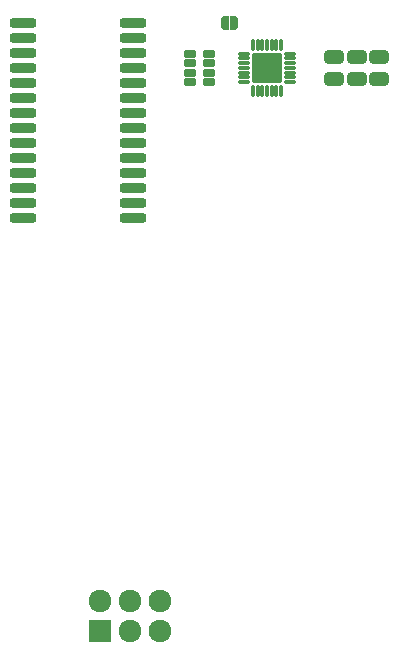
<source format=gbs>
%TF.GenerationSoftware,KiCad,Pcbnew,(6.0.7-1)-1*%
%TF.CreationDate,2022-09-29T19:12:14-05:00*%
%TF.ProjectId,vectrex-sao,76656374-7265-4782-9d73-616f2e6b6963,rev?*%
%TF.SameCoordinates,Original*%
%TF.FileFunction,Soldermask,Bot*%
%TF.FilePolarity,Negative*%
%FSLAX46Y46*%
G04 Gerber Fmt 4.6, Leading zero omitted, Abs format (unit mm)*
G04 Created by KiCad (PCBNEW (6.0.7-1)-1) date 2022-09-29 19:12:14*
%MOMM*%
%LPD*%
G01*
G04 APERTURE LIST*
G04 Aperture macros list*
%AMRoundRect*
0 Rectangle with rounded corners*
0 $1 Rounding radius*
0 $2 $3 $4 $5 $6 $7 $8 $9 X,Y pos of 4 corners*
0 Add a 4 corners polygon primitive as box body*
4,1,4,$2,$3,$4,$5,$6,$7,$8,$9,$2,$3,0*
0 Add four circle primitives for the rounded corners*
1,1,$1+$1,$2,$3*
1,1,$1+$1,$4,$5*
1,1,$1+$1,$6,$7*
1,1,$1+$1,$8,$9*
0 Add four rect primitives between the rounded corners*
20,1,$1+$1,$2,$3,$4,$5,0*
20,1,$1+$1,$4,$5,$6,$7,0*
20,1,$1+$1,$6,$7,$8,$9,0*
20,1,$1+$1,$8,$9,$2,$3,0*%
%AMFreePoly0*
4,1,29,0.308779,0.580902,0.345106,0.530902,0.350000,0.500000,0.350000,-0.500000,0.330902,-0.558779,0.280902,-0.595106,0.250000,-0.600000,0.000000,-0.600000,-0.019509,-0.598079,-0.115180,-0.579049,-0.151228,-0.564117,-0.232334,-0.509924,-0.259924,-0.482334,-0.314117,-0.401228,-0.329049,-0.365180,-0.348079,-0.269509,-0.350000,-0.250000,-0.350000,0.250000,-0.348079,0.269509,-0.329049,0.365180,
-0.314117,0.401228,-0.259924,0.482334,-0.232334,0.509924,-0.151228,0.564117,-0.115180,0.579049,-0.019509,0.598079,0.000000,0.600000,0.250000,0.600000,0.308779,0.580902,0.308779,0.580902,$1*%
%AMFreePoly1*
4,1,29,0.019509,0.598079,0.115180,0.579049,0.151228,0.564117,0.232334,0.509924,0.259924,0.482334,0.314117,0.401228,0.329049,0.365180,0.348079,0.269509,0.350000,0.250000,0.350000,-0.250000,0.348079,-0.269509,0.329049,-0.365180,0.314117,-0.401228,0.259924,-0.482334,0.232334,-0.509924,0.151228,-0.564117,0.115180,-0.579049,0.019509,-0.598079,0.000000,-0.600000,-0.250000,-0.600000,
-0.308779,-0.580902,-0.345106,-0.530902,-0.350000,-0.500000,-0.350000,0.500000,-0.330902,0.558779,-0.280902,0.595106,-0.250000,0.600000,0.000000,0.600000,0.019509,0.598079,0.019509,0.598079,$1*%
G04 Aperture macros list end*
%ADD10O,1.927200X1.927200*%
%ADD11RoundRect,0.100000X-0.863600X0.863600X-0.863600X-0.863600X0.863600X-0.863600X0.863600X0.863600X0*%
%ADD12C,1.927200*%
%ADD13FreePoly0,180.000000*%
%ADD14FreePoly1,180.000000*%
%ADD15RoundRect,0.350000X-0.475000X0.250000X-0.475000X-0.250000X0.475000X-0.250000X0.475000X0.250000X0*%
%ADD16RoundRect,0.100000X0.400000X0.250000X-0.400000X0.250000X-0.400000X-0.250000X0.400000X-0.250000X0*%
%ADD17RoundRect,0.100000X0.400000X0.200000X-0.400000X0.200000X-0.400000X-0.200000X0.400000X-0.200000X0*%
%ADD18RoundRect,0.250000X0.875000X0.150000X-0.875000X0.150000X-0.875000X-0.150000X0.875000X-0.150000X0*%
%ADD19RoundRect,0.150000X0.362500X0.050000X-0.362500X0.050000X-0.362500X-0.050000X0.362500X-0.050000X0*%
%ADD20RoundRect,0.150000X0.050000X0.362500X-0.050000X0.362500X-0.050000X-0.362500X0.050000X-0.362500X0*%
%ADD21RoundRect,0.100000X1.150000X1.150000X-1.150000X1.150000X-1.150000X-1.150000X1.150000X-1.150000X0*%
G04 APERTURE END LIST*
D10*
%TO.C,J2*%
X109710000Y-119425000D03*
D11*
X109710000Y-121965000D03*
D10*
X112250000Y-119425000D03*
X112250000Y-121965000D03*
D12*
X114790000Y-119425000D03*
X114790000Y-121965000D03*
%TD*%
D13*
%TO.C,SJ1*%
X121000000Y-70485000D03*
D14*
X120300000Y-70485000D03*
%TD*%
D15*
%TO.C,C1*%
X131445000Y-73350000D03*
X131445000Y-75250000D03*
%TD*%
D16*
%TO.C,R1*%
X118910000Y-73095000D03*
D17*
X118910000Y-73895000D03*
X118910000Y-74695000D03*
D16*
X118910000Y-75495000D03*
X117310000Y-75495000D03*
D17*
X117310000Y-74695000D03*
X117310000Y-73895000D03*
D16*
X117310000Y-73095000D03*
%TD*%
D15*
%TO.C,C2*%
X129540000Y-73350000D03*
X129540000Y-75250000D03*
%TD*%
D18*
%TO.C,U1*%
X112450000Y-70495000D03*
X112450000Y-71765000D03*
X112450000Y-73035000D03*
X112450000Y-74305000D03*
X112450000Y-75575000D03*
X112450000Y-76845000D03*
X112450000Y-78115000D03*
X112450000Y-79385000D03*
X112450000Y-80655000D03*
X112450000Y-81925000D03*
X112450000Y-83195000D03*
X112450000Y-84465000D03*
X112450000Y-85735000D03*
X112450000Y-87005000D03*
X103150000Y-87005000D03*
X103150000Y-85735000D03*
X103150000Y-84465000D03*
X103150000Y-83195000D03*
X103150000Y-81925000D03*
X103150000Y-80655000D03*
X103150000Y-79385000D03*
X103150000Y-78115000D03*
X103150000Y-76845000D03*
X103150000Y-75575000D03*
X103150000Y-74305000D03*
X103150000Y-73035000D03*
X103150000Y-71765000D03*
X103150000Y-70495000D03*
%TD*%
D15*
%TO.C,C3*%
X133350000Y-73345000D03*
X133350000Y-75245000D03*
%TD*%
D19*
%TO.C,U2*%
X125762500Y-73095000D03*
X125762500Y-73495000D03*
X125762500Y-73895000D03*
X125762500Y-74295000D03*
X125762500Y-74695000D03*
X125762500Y-75095000D03*
X125762500Y-75495000D03*
D20*
X125025000Y-76232500D03*
X124625000Y-76232500D03*
X124225000Y-76232500D03*
X123825000Y-76232500D03*
X123425000Y-76232500D03*
X123025000Y-76232500D03*
X122625000Y-76232500D03*
D19*
X121887500Y-75495000D03*
X121887500Y-75095000D03*
X121887500Y-74695000D03*
X121887500Y-74295000D03*
X121887500Y-73895000D03*
X121887500Y-73495000D03*
X121887500Y-73095000D03*
D20*
X122625000Y-72357500D03*
X123025000Y-72357500D03*
X123425000Y-72357500D03*
X123825000Y-72357500D03*
X124225000Y-72357500D03*
X124625000Y-72357500D03*
X125025000Y-72357500D03*
D21*
X123825000Y-74295000D03*
%TD*%
M02*

</source>
